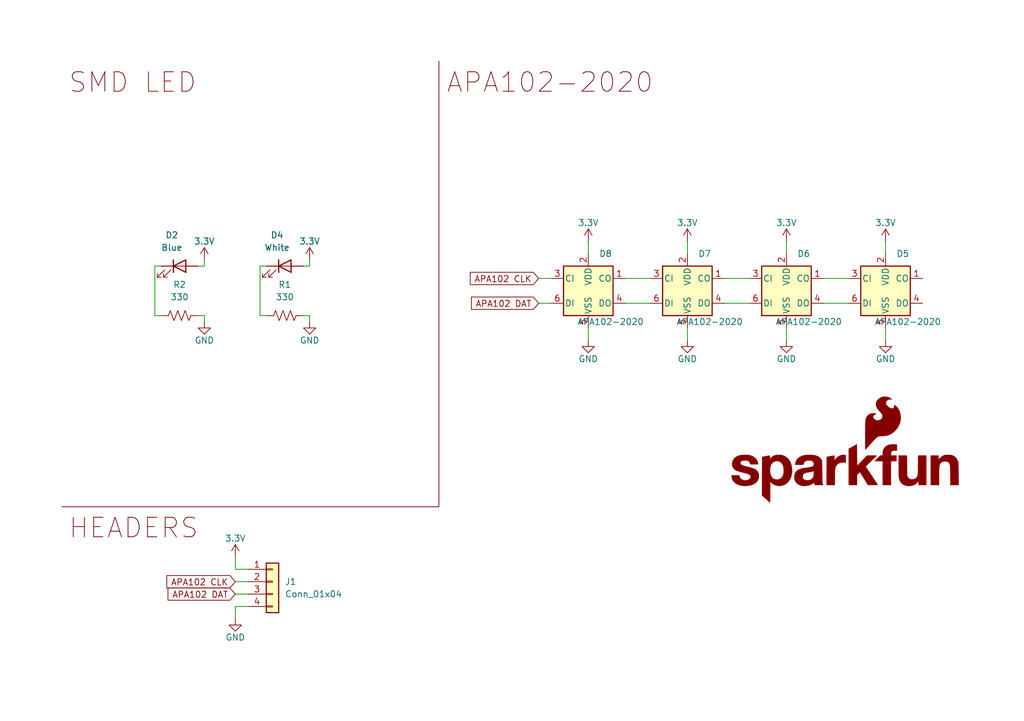
<source format=kicad_sch>
(kicad_sch (version 20231120) (generator "eeschema") (generator_version "8.0")
  (paper "A5")
  (lib_symbols
    (symbol "SparkFun-Aesthetic:SparkFun_Logo" (pin_names (offset 1.016)) (on_board no)
      (symbol "SparkFun_Logo_0_0"
        (polyline (pts (xy 9.9914 -0.5653) (xy 9.9914 1.8864) (xy 10.5553 1.8864) (xy 11.1192 1.8864) (xy 11.1192 2.4503) (xy 11.1192 3.0142) (xy 10.5553 3.0142) (xy 9.9914 3.0142) (xy 9.9914 3.3011) (xy 9.999 3.509) (xy 10.0407 3.731) (xy 10.1295 3.8844) (xy 10.2773 3.9804) (xy 10.4962 4.0299) (xy 10.7981 4.0439) (xy 11.2173 4.0439) (xy 11.2173 4.653) (xy 11.2173 5.262) (xy 10.8896 5.2971) (xy 10.7452 5.3092) (xy 10.388 5.3153) (xy 10.0298 5.2927) (xy 9.7029 5.244) (xy 9.4397 5.1721) (xy 9.3709 5.145) (xy 9.0136 4.9495) (xy 8.7292 4.6889) (xy 8.5163 4.3618) (xy 8.4624 4.2481) (xy 8.4055 4.1021) (xy 8.3698 3.9546) (xy 8.3484 3.7733) (xy 8.3342 3.5261) (xy 8.3114 3.0142) (xy 8.0596 3.0142) (xy 7.8078 3.0142) (xy 7.2455 2.4503) (xy 6.6832 1.8864) (xy 7.5037 1.8864) (xy 8.3242 1.8864) (xy 8.3242 -0.5653) (xy 8.3242 -3.0171) (xy 9.1578 -3.0171) (xy 9.9914 -3.0171) (xy 9.9914 -0.5653)) (stroke (width 0.01)) (fill (type outline)))
        (polyline (pts (xy 3.0285 -1.9736) (xy 3.0285 -0.93) (xy 3.3226 -0.639) (xy 3.3737 -0.5887) (xy 3.5033 -0.4676) (xy 3.5873 -0.4056) (xy 3.6418 -0.393) (xy 3.6831 -0.4199) (xy 3.6918 -0.4308) (xy 3.7489 -0.5154) (xy 3.8477 -0.669) (xy 3.9812 -0.8807) (xy 4.1424 -1.1396) (xy 4.3246 -1.4345) (xy 4.5208 -1.7544) (xy 5.292 -3.0171) (xy 6.295 -3.0171) (xy 6.4198 -3.017) (xy 6.7265 -3.0161) (xy 6.9509 -3.0132) (xy 7.1048 -3.0072) (xy 7.2 -2.997) (xy 7.2483 -2.9817) (xy 7.2616 -2.9601) (xy 7.2515 -2.9313) (xy 7.2311 -2.8984) (xy 7.1599 -2.7882) (xy 7.0441 -2.6113) (xy 6.8895 -2.3764) (xy 6.7017 -2.0922) (xy 6.4867 -1.7675) (xy 6.25 -1.4109) (xy 5.9975 -1.0312) (xy 4.7901 0.7831) (xy 5.932 1.8979) (xy 7.0739 3.0127) (xy 6.0855 3.0134) (xy 5.0972 3.0142) (xy 4.0751 1.955) (xy 3.053 0.8957) (xy 3.0285 3.1064) (xy 3.004 5.3171) (xy 2.1826 4.8682) (xy 1.3613 4.4193) (xy 1.3613 0.7011) (xy 1.3613 -3.0171) (xy 2.1949 -3.0171) (xy 3.0285 -3.0171) (xy 3.0285 -1.9736)) (stroke (width 0.01)) (fill (type outline)))
        (polyline (pts (xy -1.5198 -1.3622) (xy -1.5182 -1.2352) (xy -1.5112 -0.7678) (xy -1.5025 -0.3843) (xy -1.4904 -0.0733) (xy -1.4732 0.1768) (xy -1.4494 0.3772) (xy -1.4172 0.5396) (xy -1.375 0.6752) (xy -1.3211 0.7955) (xy -1.2539 0.9119) (xy -1.1717 1.036) (xy -1.0547 1.1824) (xy -0.8955 1.3165) (xy -0.6745 1.4451) (xy -0.5927 1.4867) (xy -0.4596 1.5485) (xy -0.3431 1.5863) (xy -0.2146 1.6056) (xy -0.0455 1.6119) (xy 0.1931 1.6107) (xy 0.7263 1.6046) (xy 0.7128 2.3707) (xy 0.6993 3.1368) (xy 0.258 3.1358) (xy 0.1788 3.1353) (xy -0.0281 3.1275) (xy -0.1864 3.1044) (xy -0.3338 3.0584) (xy -0.5081 2.9819) (xy -0.7617 2.8436) (xy -1.1205 2.5619) (xy -1.4156 2.2065) (xy -1.5808 1.9613) (xy -1.5808 2.4877) (xy -1.5837 2.7273) (xy -1.594 2.8937) (xy -1.613 2.9844) (xy -1.6421 3.0108) (xy -1.6647 3.0081) (xy -1.7733 2.9909) (xy -1.9508 2.9606) (xy -2.1788 2.9206) (xy -2.4389 2.8738) (xy -3.1744 2.7402) (xy -3.1871 -0.1384) (xy -3.1997 -3.0171) (xy -2.3702 -3.0171) (xy -1.5406 -3.0171) (xy -1.5198 -1.3622)) (stroke (width 0.01)) (fill (type outline)))
        (polyline (pts (xy 13.9921 -3.186) (xy 14.4456 -3.1021) (xy 14.8558 -2.9391) (xy 15.2144 -2.6998) (xy 15.5131 -2.3873) (xy 15.6795 -2.1694) (xy 15.6795 -2.5932) (xy 15.6795 -3.0171) (xy 16.464 -3.0171) (xy 17.2486 -3.0171) (xy 17.2486 -0.0014) (xy 17.2486 3.0142) (xy 16.4175 3.0142) (xy 15.5865 3.0142) (xy 15.5717 1.0405) (xy 15.5686 0.6438) (xy 15.5649 0.2221) (xy 15.5608 -0.1196) (xy 15.5557 -0.3912) (xy 15.549 -0.603) (xy 15.5402 -0.7648) (xy 15.5287 -0.8869) (xy 15.5139 -0.9792) (xy 15.4953 -1.0518) (xy 15.4722 -1.1148) (xy 15.444 -1.1783) (xy 15.4265 -1.2152) (xy 15.2618 -1.4792) (xy 15.064 -1.6799) (xy 14.8494 -1.7997) (xy 14.726 -1.8277) (xy 14.535 -1.8504) (xy 14.331 -1.859) (xy 14.2565 -1.8579) (xy 13.9642 -1.8238) (xy 13.7401 -1.7353) (xy 13.5681 -1.5834) (xy 13.432 -1.359) (xy 13.3013 -1.0802) (xy 13.287 0.967) (xy 13.2727 3.0142) (xy 12.4411 3.0142) (xy 11.6096 3.0142) (xy 11.6096 0.8155) (xy 11.6097 0.4433) (xy 11.6104 -0.0222) (xy 11.6121 -0.4066) (xy 11.6153 -0.7199) (xy 11.6202 -0.9724) (xy 11.6272 -1.1739) (xy 11.6369 -1.3347) (xy 11.6495 -1.4647) (xy 11.6654 -1.574) (xy 11.685 -1.6727) (xy 11.7087 -1.7709) (xy 11.774 -1.9887) (xy 11.9475 -2.3651) (xy 12.1824 -2.6672) (xy 12.4826 -2.8987) (xy 12.8524 -3.0632) (xy 13.2957 -3.1642) (xy 13.5037 -3.1878) (xy 13.9921 -3.186)) (stroke (width 0.01)) (fill (type outline)))
        (polyline (pts (xy 19.8483 -1.2396) (xy 19.8497 -0.7013) (xy 19.8543 -0.2443) (xy 19.8631 0.1343) (xy 19.8771 0.4443) (xy 19.8974 0.6956) (xy 19.9249 0.8981) (xy 19.9609 1.0616) (xy 20.0061 1.1959) (xy 20.0619 1.3111) (xy 20.1291 1.4168) (xy 20.2698 1.5808) (xy 20.4853 1.7277) (xy 20.7548 1.8108) (xy 21.0932 1.8366) (xy 21.1724 1.8354) (xy 21.4656 1.8048) (xy 21.6886 1.7269) (xy 21.8578 1.5933) (xy 21.9898 1.3961) (xy 22.0074 1.3602) (xy 22.0553 1.2415) (xy 22.0947 1.1012) (xy 22.1265 0.9297) (xy 22.1515 0.7175) (xy 22.1704 0.455) (xy 22.1839 0.1327) (xy 22.1927 -0.2589) (xy 22.1977 -0.7295) (xy 22.1996 -1.2886) (xy 22.2011 -3.0171) (xy 23.0386 -3.0171) (xy 23.8761 -3.0171) (xy 23.8549 -0.7983) (xy 23.8517 -0.4811) (xy 23.846 0.0106) (xy 23.8398 0.4192) (xy 23.8327 0.7539) (xy 23.8243 1.0245) (xy 23.8144 1.2403) (xy 23.8023 1.4109) (xy 23.7879 1.5457) (xy 23.7706 1.6543) (xy 23.7501 1.7461) (xy 23.7159 1.8664) (xy 23.5455 2.2638) (xy 23.3056 2.5945) (xy 22.9993 2.8549) (xy 22.6296 3.0415) (xy 22.5374 3.0722) (xy 22.3978 3.104) (xy 22.2281 3.1238) (xy 22.0058 3.1339) (xy 21.7082 3.1368) (xy 21.0437 3.1368) (xy 20.6693 2.9517) (xy 20.4981 2.8602) (xy 20.2503 2.6876) (xy 20.0221 2.4653) (xy 19.7493 2.1639) (xy 19.7493 2.589) (xy 19.7493 3.0142) (xy 18.9648 3.0142) (xy 18.1802 3.0142) (xy 18.1802 -0.0014) (xy 18.1802 -3.0171) (xy 19.0138 -3.0171) (xy 19.8474 -3.0171) (xy 19.8483 -1.2396)) (stroke (width 0.01)) (fill (type outline)))
        (polyline (pts (xy -14.7829 -4.45) (xy -14.7701 -2.2868) (xy -14.5421 -2.5306) (xy -14.2686 -2.7662) (xy -13.9128 -2.9703) (xy -13.5177 -3.1151) (xy -13.1088 -3.1913) (xy -12.7117 -3.1896) (xy -12.272 -3.1138) (xy -11.8863 -2.9853) (xy -11.5457 -2.7957) (xy -11.2282 -2.5354) (xy -10.9498 -2.225) (xy -10.6723 -1.7879) (xy -10.4661 -1.2958) (xy -10.3343 -0.7586) (xy -10.2799 -0.1862) (xy -10.3059 0.4117) (xy -10.3156 0.493) (xy -10.4273 1.0719) (xy -10.605 1.5894) (xy -10.8457 2.0415) (xy -11.1462 2.4241) (xy -11.5035 2.733) (xy -11.9143 2.9642) (xy -12.3756 3.1135) (xy -12.5683 3.1416) (xy -12.8467 3.1563) (xy -13.1616 3.152) (xy -13.1827 3.151) (xy -13.44 3.1342) (xy -13.6333 3.1073) (xy -13.7946 3.0643) (xy -13.9556 2.999) (xy -14.1871 2.8794) (xy -14.4594 2.6829) (xy -14.6853 2.4373) (xy -14.8202 2.2612) (xy -14.8202 2.6377) (xy -14.8203 2.6806) (xy -14.8278 2.8727) (xy -14.8476 2.9796) (xy -14.8815 3.0118) (xy -14.9041 3.0092) (xy -15.0128 2.9922) (xy -15.1903 2.9619) (xy -15.4182 2.9216) (xy -15.6783 2.8744) (xy -16.4138 2.7393) (xy -16.4227 -0.0792) (xy -14.8105 -0.0792) (xy -14.799 0.2714) (xy -14.7619 0.6055) (xy -14.7012 0.8834) (xy -14.5782 1.1846) (xy -14.3747 1.4798) (xy -14.1177 1.7043) (xy -13.8177 1.8514) (xy -13.4851 1.9145) (xy -13.1303 1.8868) (xy -13.0408 1.8654) (xy -12.7147 1.7291) (xy -12.4456 1.5148) (xy -12.2349 1.2248) (xy -12.084 0.8616) (xy -11.9944 0.4275) (xy -11.9674 -0.075) (xy -11.9935 -0.4965) (xy -12.0806 -0.9254) (xy -12.2284 -1.2792) (xy -12.4363 -1.557) (xy -12.7039 -1.7577) (xy -12.9288 -1.8546) (xy -13.2736 -1.9221) (xy -13.6237 -1.9064) (xy -13.9575 -1.8093) (xy -14.2535 -1.6324) (xy -14.3081 -1.5827) (xy -14.4565 -1.3893) (xy -14.5924 -1.1341) (xy -14.7032 -0.8434) (xy -14.7761 -0.5438) (xy -14.7943 -0.4069) (xy -14.8105 -0.0792) (xy -16.4227 -0.0792) (xy -16.4263 -1.2075) (xy -16.4389 -5.1544) (xy -15.6173 -5.8838) (xy -14.7956 -6.6131) (xy -14.7829 -4.45)) (stroke (width 0.01)) (fill (type outline)))
        (polyline (pts (xy -19.6402 -3.1843) (xy -19.3172 -3.1597) (xy -18.7711 -3.0643) (xy -18.2964 -2.9048) (xy -17.8946 -2.6818) (xy -17.567 -2.3958) (xy -17.3675 -2.142) (xy -17.2189 -1.8506) (xy -17.1343 -1.521) (xy -17.105 -1.1292) (xy -17.1052 -1.0366) (xy -17.1317 -0.7233) (xy -17.2071 -0.468) (xy -17.3423 -0.2443) (xy -17.5477 -0.0256) (xy -17.618 0.0365) (xy -17.7503 0.1378) (xy -17.8999 0.229) (xy -18.0779 0.3144) (xy -18.2957 0.3981) (xy -18.5646 0.4843) (xy -18.8958 0.5771) (xy -19.3006 0.6807) (xy -19.7904 0.7991) (xy -19.9273 0.8327) (xy -20.2521 0.9247) (xy -20.4949 1.0176) (xy -20.6676 1.1178) (xy -20.7818 1.2315) (xy -20.8493 1.365) (xy -20.862 1.4064) (xy -20.8787 1.5507) (xy -20.8354 1.7021) (xy -20.8083 1.7581) (xy -20.6962 1.8905) (xy -20.5265 1.979) (xy -20.2871 2.0282) (xy -19.9662 2.0428) (xy -19.6625 2.0255) (xy -19.3529 1.9561) (xy -19.12 1.8317) (xy -18.9596 1.6499) (xy -18.8677 1.4083) (xy -18.8332 1.2489) (xy -18.0459 1.2489) (xy -17.2586 1.2489) (xy -17.2896 1.4754) (xy -17.3763 1.8273) (xy -17.5546 2.183) (xy -17.8121 2.4941) (xy -18.1416 2.7539) (xy -18.536 2.9554) (xy -18.9881 3.0919) (xy -19.0353 3.1011) (xy -19.2998 3.1342) (xy -19.6236 3.1533) (xy -19.9756 3.1584) (xy -20.325 3.1494) (xy -20.6407 3.1265) (xy -20.8917 3.0896) (xy -21.1038 3.0379) (xy -21.5427 2.874) (xy -21.9053 2.6496) (xy -22.1908 2.365) (xy -22.3989 2.0205) (xy -22.4454 1.9041) (xy -22.525 1.5815) (xy -22.5494 1.2442) (xy -22.5178 0.9237) (xy -22.4296 0.6514) (xy -22.3384 0.4882) (xy -22.2183 0.3298) (xy -22.0684 0.1896) (xy -21.8792 0.0629) (xy -21.641 -0.0549) (xy -21.3442 -0.1685) (xy -20.9794 -0.2827) (xy -20.5367 -0.4021) (xy -20.0067 -0.5314) (xy -19.981 -0.5375) (xy -19.5634 -0.651) (xy -19.2384 -0.7717) (xy -19.001 -0.9033) (xy -18.8462 -1.0491) (xy -18.7688 -1.2128) (xy -18.7638 -1.3978) (xy -18.825 -1.5953) (xy -18.974 -1.7921) (xy -19.1985 -1.938) (xy -19.4915 -2.0288) (xy -19.8462 -2.0603) (xy -20.0416 -2.0565) (xy -20.2111 -2.0368) (xy -20.3609 -1.9922) (xy -20.5327 -1.9137) (xy -20.5817 -1.8883) (xy -20.8322 -1.7125) (xy -20.9959 -1.5001) (xy -21.0791 -1.2434) (xy -21.1091 -1.0557) (xy -21.8942 -1.0557) (xy -22.6793 -1.0557) (xy -22.6529 -1.347) (xy -22.5797 -1.7138) (xy -22.4167 -2.0751) (xy -22.1719 -2.3943) (xy -21.8507 -2.6671) (xy -21.4587 -2.8888) (xy -21.0012 -3.0548) (xy -20.4837 -3.1606) (xy -20.4058 -3.1694) (xy -20.1707 -3.1842) (xy -19.9008 -3.1896) (xy -19.6402 -3.1843)) (stroke (width 0.01)) (fill (type outline)))
        (polyline (pts (xy -7.6032 -3.1846) (xy -7.3276 -3.1615) (xy -7.0683 -3.1278) (xy -6.8588 -3.086) (xy -6.8292 -3.0782) (xy -6.3542 -2.899) (xy -5.9204 -2.6324) (xy -5.7242 -2.4845) (xy -5.6752 -2.7385) (xy -5.6261 -2.9926) (xy -4.7766 -3.006) (xy -3.9271 -3.0194) (xy -3.9629 -2.9079) (xy -3.9642 -2.9036) (xy -4.0031 -2.7753) (xy -4.0462 -2.6248) (xy -4.0538 -2.573) (xy -4.0648 -2.4246) (xy -4.0761 -2.1969) (xy -4.0874 -1.9006) (xy -4.0982 -1.5466) (xy -4.1082 -1.1457) (xy -4.1171 -0.7088) (xy -4.1245 -0.2466) (xy -4.1551 1.96) (xy -4.2997 2.221) (xy -4.3959 2.3729) (xy -4.6352 2.632) (xy -4.9426 2.8374) (xy -5.3218 2.9907) (xy -5.7764 3.0929) (xy -6.3098 3.1454) (xy -6.9256 3.1494) (xy -7.0734 3.1445) (xy -7.3522 3.1317) (xy -7.5683 3.1136) (xy -7.7461 3.0872) (xy -7.9104 3.0491) (xy -8.0856 2.9961) (xy -8.1289 2.9815) (xy -8.4559 2.846) (xy -8.7606 2.6772) (xy -9.018 2.4908) (xy -9.2032 2.3021) (xy -9.2616 2.2196) (xy -9.4127 1.9499) (xy -9.5321 1.656) (xy -9.6 1.3838) (xy -9.6336 1.1509) (xy -8.8003 1.1509) (xy -7.9669 1.1509) (xy -7.9124 1.3674) (xy -7.828 1.5933) (xy -7.6734 1.795) (xy -7.4525 1.9346) (xy -7.1597 2.0154) (xy -6.7894 2.0408) (xy -6.7511 2.0405) (xy -6.4153 2.0105) (xy -6.1593 1.9293) (xy -5.977 1.7925) (xy -5.8622 1.5957) (xy -5.809 1.3345) (xy -5.8043 1.2707) (xy -5.8062 1.1276) (xy -5.8408 1.0236) (xy -5.9194 0.9158) (xy -5.9754 0.8572) (xy -6.0737 0.7854) (xy -6.2048 0.7246) (xy -6.3819 0.6709) (xy -6.6177 0.6208) (xy -6.9254 0.5704) (xy -7.3178 0.5162) (xy -7.3686 0.5095) (xy -7.8463 0.4393) (xy -8.2399 0.3652) (xy -8.5624 0.2824) (xy -8.8264 0.1865) (xy -9.0448 0.0728) (xy -9.2304 -0.0632) (xy -9.396 -0.226) (xy -9.4095 -0.2411) (xy -9.5903 -0.4853) (xy -9.709 -0.7478) (xy -9.7734 -1.0525) (xy -9.7822 -1.2331) (xy -8.131 -1.2331) (xy -8.0731 -0.9921) (xy -7.9457 -0.7826) (xy -7.9028 -0.7387) (xy -7.7303 -0.62) (xy -7.4874 -0.521) (xy -7.1649 -0.4385) (xy -6.7539 -0.3694) (xy -6.6921 -0.3603) (xy -6.4549 -0.3174) (xy -6.233 -0.2663) (xy -6.0675 -0.2162) (xy -5.9709 -0.1805) (xy -5.8562 -0.1399) (xy -5.8039 -0.1241) (xy -5.7987 -0.1613) (xy -5.7973 -0.2784) (xy -5.8003 -0.4564) (xy -5.8076 -0.6757) (xy -5.8086 -0.7017) (xy -5.8242 -0.9677) (xy -5.8473 -1.1611) (xy -5.8819 -1.3052) (xy -5.9318 -1.4234) (xy -6.0091 -1.553) (xy -6.2295 -1.7973) (xy -6.5031 -1.9636) (xy -6.6487 -2.0127) (xy -6.9284 -2.0605) (xy -7.2235 -2.0647) (xy -7.5071 -2.0275) (xy -7.7525 -1.9513) (xy -7.9327 -1.8384) (xy -8.0397 -1.7009) (xy -8.1198 -1.4784) (xy -8.131 -1.2331) (xy -9.7822 -1.2331) (xy -9.7915 -1.4234) (xy -9.7864 -1.6358) (xy -9.7676 -1.8215) (xy -9.729 -1.9764) (xy -9.6639 -2.1367) (xy -9.5263 -2.3871) (xy -9.2792 -2.6826) (xy -8.967 -2.9114) (xy -8.5845 -3.0768) (xy -8.1269 -3.1821) (xy -8.0697 -3.1887) (xy -7.8617 -3.1945) (xy -7.6032 -3.1846)) (stroke (width 0.01)) (fill (type outline)))
        (polyline (pts (xy 4.7918 4.2981) (xy 4.8444 4.3454) (xy 4.9455 4.4513) (xy 5.0814 4.6009) (xy 5.2382 4.7794) (xy 5.2813 4.8292) (xy 5.5582 5.1455) (xy 5.8372 5.4593) (xy 6.1089 5.7602) (xy 6.3639 6.0382) (xy 6.5927 6.2828) (xy 6.7858 6.484) (xy 6.9337 6.6313) (xy 7.0271 6.7147) (xy 7.1826 6.8248) (xy 7.3748 6.9278) (xy 7.5803 6.9916) (xy 7.8269 7.0243) (xy 8.1424 7.034) (xy 8.2934 7.0362) (xy 8.8867 7.0885) (xy 9.4216 7.2133) (xy 9.9085 7.4146) (xy 10.3578 7.6964) (xy 10.7799 8.0628) (xy 10.8479 8.1317) (xy 11.2608 8.6166) (xy 11.5827 9.1273) (xy 11.8183 9.671) (xy 11.8707 9.8389) (xy 11.9714 10.3468) (xy 11.9976 10.872) (xy 11.9519 11.3957) (xy 11.8367 11.8994) (xy 11.6545 12.3644) (xy 11.4078 12.7721) (xy 11.4061 12.7743) (xy 11.2693 12.9384) (xy 11.1136 13.0967) (xy 10.9591 13.2315) (xy 10.826 13.3253) (xy 10.7344 13.3605) (xy 10.7214 13.3561) (xy 10.6896 13.285) (xy 10.6779 13.1426) (xy 10.6624 12.9877) (xy 10.5825 12.8045) (xy 10.4404 12.6916) (xy 10.2426 12.6562) (xy 10.2289 12.6567) (xy 9.9845 12.7081) (xy 9.7233 12.8285) (xy 9.468 13.0002) (xy 9.2412 13.2058) (xy 9.0655 13.4277) (xy 8.9634 13.6484) (xy 8.9353 13.791) (xy 8.9467 13.9149) (xy 9.0044 14.0685) (xy 9.0928 14.2252) (xy 9.2766 14.4052) (xy 9.5268 14.5206) (xy 9.8503 14.5754) (xy 10.1994 14.6004) (xy 9.9404 14.7637) (xy 9.7214 14.8901) (xy 9.4231 15.0142) (xy 9.1088 15.0809) (xy 8.741 15.101) (xy 8.6529 15.1007) (xy 8.45 15.0933) (xy 8.2952 15.0706) (xy 8.1512 15.0251) (xy 7.981 14.9494) (xy 7.7095 14.8008) (xy 7.3844 14.5515) (xy 7.1447 14.2683) (xy 6.9929 13.9568) (xy 6.9316 13.6227) (xy 6.9631 13.2719) (xy 7.0901 12.9099) (xy 7.2107 12.6979) (xy 7.4103 12.428) (xy 7.6837 12.1187) (xy 7.6936 12.1082) (xy 7.8666 11.9183) (xy 8.0201 11.7396) (xy 8.1377 11.5917) (xy 8.2032 11.4943) (xy 8.2349 11.4228) (xy 8.2851 11.1797) (xy 8.2672 10.9259) (xy 8.1864 10.6923) (xy 8.0473 10.5101) (xy 7.9616 10.4423) (xy 7.6879 10.3009) (xy 7.3884 10.2367) (xy 7.0847 10.2498) (xy 6.7982 10.3401) (xy 6.5504 10.5078) (xy 6.4899 10.5691) (xy 6.3589 10.77) (xy 6.3233 10.9714) (xy 6.3817 11.1663) (xy 6.5323 11.3474) (xy 6.7736 11.5076) (xy 6.9758 11.6118) (xy 6.8042 11.6573) (xy 6.78 11.6632) (xy 6.523 11.692) (xy 6.2258 11.6783) (xy 5.9298 11.6264) (xy 5.6761 11.5406) (xy 5.5471 11.4743) (xy 5.2575 11.259) (xy 5.0377 10.981) (xy 4.8846 10.6352) (xy 4.7948 10.2168) (xy 4.7892 10.1539) (xy 4.7806 9.9807) (xy 4.7727 9.7262) (xy 4.7655 9.4006) (xy 4.7592 9.0144) (xy 4.754 8.5777) (xy 4.75 8.1008) (xy 4.7473 7.5941) (xy 4.7462 7.0677) (xy 4.7462 6.9275) (xy 4.747 6.3537) (xy 4.7493 5.8387) (xy 4.7531 5.3881) (xy 4.7582 5.0075) (xy 4.7645 4.7025) (xy 4.7719 4.4787) (xy 4.7805 4.3418) (xy 4.79 4.2973) (xy 4.7918 4.2981)) (stroke (width 0.01)) (fill (type outline)))
      )
    )
    (symbol "SparkFun-Connector:Conn_01x04" (pin_names (offset 1.016) hide)
      (property "Reference" "J" (at 0 5.08 0))
      (property "Value" "Conn_01x04" (at 0 -7.62 0))
      (symbol "Conn_01x04_1_1"
        (rectangle (start -1.27 -4.953) (end 0 -5.207) (stroke (width 0.1524)))
        (rectangle (start -1.27 -2.413) (end 0 -2.667) (stroke (width 0.1524)))
        (rectangle (start -1.27 0.127) (end 0 -0.127) (stroke (width 0.1524)))
        (rectangle (start -1.27 2.667) (end 0 2.413) (stroke (width 0.1524)))
        (rectangle (start -1.27 3.81) (end 1.27 -6.35) (stroke (width 0.254)) (fill (type background)))
        (pin passive line (at -5.08 2.54 0) (length 3.81) (name "Pin_1") (number "1"))
        (pin passive line (at -5.08 0 0) (length 3.81) (name "Pin_2") (number "2"))
        (pin passive line (at -5.08 -2.54 0) (length 3.81) (name "Pin_3") (number "3"))
        (pin passive line (at -5.08 -5.08 0) (length 3.81) (name "Pin_4") (number "4"))
      )
    )
    (symbol "SparkFun-LED:APA-102-2020" (pin_names (offset 0.254))
      (property "Reference" "D" (at -5.08 6.35 0))
      (property "Value" "APA102-2020" (at 4.572 -6.35 0))
      (symbol "APA-102-2020_0_1"
        (rectangle (start -5.08 5.08) (end 5.08 -5.08) (stroke (width 0.254)) (fill (type background)))
      )
      (symbol "APA-102-2020_1_1"
        (pin output line (at 7.62 2.54 180) (length 2.54) (name "CO") (number "1"))
        (pin power_in line (at 0 7.62 270) (length 2.54) (name "VDD") (number "2"))
        (pin input line (at -7.62 2.54 0) (length 2.54) (name "CI") (number "3"))
        (pin output line (at 7.62 -2.54 180) (length 2.54) (name "DO") (number "4"))
        (pin power_in line (at 0 -7.62 90) (length 2.54) (name "VSS") (number "5"))
        (pin input line (at -7.62 -2.54 0) (length 2.54) (name "DI") (number "6"))
      )
    )
    (symbol "SparkFun-LED:LED_Blue_0603" (pin_numbers hide) (pin_names (offset 1.016) hide)
      (property "Reference" "D" (at 0 2.54 0))
      (property "Value" "Blue" (at 0 -2.54 0))
      (symbol "LED_Blue_0603_0_1"
        (polyline (pts (xy -1.27 -1.27) (xy -1.27 1.27)) (stroke (width 0.254)))
        (polyline (pts (xy -1.27 0) (xy 1.27 0)))
        (polyline (pts (xy 1.27 -1.27) (xy 1.27 1.27) (xy -1.27 0) (xy 1.27 -1.27)) (stroke (width 0.254)))
        (polyline (pts (xy -3.048 -0.762) (xy -4.572 -2.286) (xy -3.81 -2.286) (xy -4.572 -2.286) (xy -4.572 -1.524)))
        (polyline (pts (xy -1.778 -0.762) (xy -3.302 -2.286) (xy -2.54 -2.286) (xy -3.302 -2.286) (xy -3.302 -1.524)))
      )
      (symbol "LED_Blue_0603_1_1"
        (pin passive line (at -3.81 0 0) (length 2.54) (name "K") (number "1"))
        (pin passive line (at 3.81 0 180) (length 2.54) (name "A") (number "2"))
      )
    )
    (symbol "SparkFun-LED:LED_White_1206" (pin_numbers hide) (pin_names (offset 1.016) hide)
      (property "Reference" "D" (at 0 2.54 0))
      (property "Value" "White" (at 0 -2.54 0))
      (symbol "LED_White_1206_0_1"
        (polyline (pts (xy -1.27 -1.27) (xy -1.27 1.27)) (stroke (width 0.254)))
        (polyline (pts (xy -1.27 0) (xy 1.27 0)))
        (polyline (pts (xy 1.27 -1.27) (xy 1.27 1.27) (xy -1.27 0) (xy 1.27 -1.27)) (stroke (width 0.254)))
        (polyline (pts (xy -3.048 -0.762) (xy -4.572 -2.286) (xy -3.81 -2.286) (xy -4.572 -2.286) (xy -4.572 -1.524)))
        (polyline (pts (xy -1.778 -0.762) (xy -3.302 -2.286) (xy -2.54 -2.286) (xy -3.302 -2.286) (xy -3.302 -1.524)))
      )
      (symbol "LED_White_1206_1_1"
        (pin passive line (at -3.81 0 0) (length 2.54) (name "K") (number "1"))
        (pin passive line (at 3.81 0 180) (length 2.54) (name "A") (number "2"))
      )
    )
    (symbol "SparkFun-PowerSymbol:3.3V" (power) (pin_names (offset 0))
      (property "Value" "3.3V" (at 0 3.81 0))
      (symbol "3.3V_0_1"
        (polyline (pts (xy -0.762 1.27) (xy 0 2.54)))
        (polyline (pts (xy 0 0) (xy 0 2.54)))
        (polyline (pts (xy 0 2.54) (xy 0.762 1.27)))
      )
      (symbol "3.3V_1_1"
        (pin power_in line (at 0 0 90) (length 0) hide (name "3.3V") (number "1"))
      )
    )
    (symbol "SparkFun-PowerSymbol:GND" (power) (pin_names (offset 0))
      (property "Value" "GND" (at 0 -3.81 0))
      (symbol "GND_0_1"
        (polyline (pts (xy 0 0) (xy 0 -1.27) (xy 1.27 -1.27) (xy 0 -2.54) (xy -1.27 -1.27) (xy 0 -1.27)))
      )
      (symbol "GND_1_1"
        (pin power_in line (at 0 0 270) (length 0) hide (name "GND") (number "1"))
      )
    )
    (symbol "SparkFun-Resistor:330_0603" (pin_numbers hide) (pin_names (offset 0))
      (property "Reference" "R" (at 0 -2.54 0))
      (property "Value" "330" (at 0 2.54 0))
      (symbol "330_0603_0_1"
        (polyline (pts (xy -2.286 0) (xy -2.54 0)))
        (polyline (pts (xy 2.286 0) (xy 2.54 0)))
        (polyline (pts (xy -0.762 0) (xy -1.143 -1.016) (xy -1.524 0) (xy -1.905 1.016) (xy -2.286 0)))
        (polyline (pts (xy 0.762 0) (xy 0.381 -1.016) (xy 0 0) (xy -0.381 1.016) (xy -0.762 0)))
        (polyline (pts (xy 2.286 0) (xy 1.905 -1.016) (xy 1.524 0) (xy 1.143 1.016) (xy 0.762 0)))
      )
      (symbol "330_0603_1_1"
        (pin passive line (at 3.81 0 180) (length 1.27) (name "~") (number "1"))
        (pin passive line (at -3.81 0 0) (length 1.27) (name "~") (number "2"))
      )
    )
  )
  (wire (pts (xy 41.91 64.77) (xy 41.91 66.04)))
  (wire (pts (xy 48.26 124.46) (xy 50.8 124.46)))
  (wire (pts (xy 63.5 53.34) (xy 63.5 54.61)))
  (wire (pts (xy 168.91 62.23) (xy 173.99 62.23)))
  (wire (pts (xy 161.29 67.31) (xy 161.29 69.85)))
  (wire (pts (xy 140.97 49.53) (xy 140.97 52.07)))
  (polyline (pts (xy 12.7 104.0091) (xy 90.0065 104.0091)) (stroke (width 0) (color 118 0 0 1)))
  (wire (pts (xy 128.27 62.23) (xy 133.35 62.23)))
  (wire (pts (xy 41.91 53.34) (xy 41.91 54.61)))
  (wire (pts (xy 48.26 119.38) (xy 50.8 119.38)))
  (wire (pts (xy 63.5 64.77) (xy 63.5 66.04)))
  (wire (pts (xy 48.26 121.92) (xy 50.8 121.92)))
  (wire (pts (xy 41.91 54.61) (xy 40.64 54.61)))
  (wire (pts (xy 168.91 57.15) (xy 173.99 57.15)))
  (wire (pts (xy 40.64 64.77) (xy 41.91 64.77)))
  (wire (pts (xy 110.49 57.15) (xy 113.03 57.15)))
  (wire (pts (xy 53.34 64.77) (xy 54.61 64.77)))
  (wire (pts (xy 33.02 54.61) (xy 31.75 54.61)))
  (wire (pts (xy 62.23 54.61) (xy 63.5 54.61)))
  (wire (pts (xy 53.34 54.61) (xy 53.34 64.77)))
  (wire (pts (xy 128.27 57.15) (xy 133.35 57.15)))
  (wire (pts (xy 48.26 116.84) (xy 50.8 116.84)))
  (wire (pts (xy 31.75 54.61) (xy 31.75 64.77)))
  (wire (pts (xy 181.61 49.53) (xy 181.61 52.07)))
  (wire (pts (xy 181.61 67.31) (xy 181.61 69.85)))
  (wire (pts (xy 62.23 64.77) (xy 63.5 64.77)))
  (wire (pts (xy 31.75 64.77) (xy 33.02 64.77)))
  (wire (pts (xy 148.59 57.15) (xy 153.67 57.15)))
  (wire (pts (xy 140.97 67.31) (xy 140.97 69.85)))
  (wire (pts (xy 161.29 49.53) (xy 161.29 52.07)))
  (wire (pts (xy 110.49 62.23) (xy 113.03 62.23)))
  (wire (pts (xy 54.61 54.61) (xy 53.34 54.61)))
  (polyline (pts (xy 90.0065 12.5691) (xy 90.0065 104.0091)) (stroke (width 0) (color 118 0 0 1)))
  (wire (pts (xy 148.59 62.23) (xy 153.67 62.23)))
  (wire (pts (xy 120.65 67.31) (xy 120.65 69.85)))
  (wire (pts (xy 120.65 49.53) (xy 120.65 52.07)))
  (wire (pts (xy 48.26 114.3) (xy 48.26 116.84)))
  (wire (pts (xy 48.26 124.46) (xy 48.26 127)))
  (label "HEADERS" (at 13.97 111.76 0) (effects (font (size 4 4))))
  (label "SMD LED" (at 13.97 20.32 0) (effects (font (size 4 4))))
  (label "APA102-2020" (at 91.44 20.32 0) (effects (font (size 4 4))))
  (global_label "APA102 DAT" (shape input) (at 110.49 62.23 180) (property "Intersheetrefs" "${INTERSHEET_REFS}" (effects (hide yes))))
  (global_label "APA102 DAT" (shape input) (at 48.26 121.92 180) (property "Intersheetrefs" "${INTERSHEET_REFS}" (effects (hide yes))))
  (global_label "APA102 CLK" (shape input) (at 48.26 119.38 180) (property "Intersheetrefs" "${INTERSHEET_REFS}" (effects (hide yes))))
  (global_label "APA102 CLK" (shape input) (at 110.49 57.15 180) (property "Intersheetrefs" "${INTERSHEET_REFS}" (effects (hide yes))))
  (symbol (lib_id "SparkFun-PowerSymbol:3.3V") (at 63.5 53.34 0) (unit 1)
    (property "Reference" "#PWR010" (effects (hide yes)))
    (property "Value" "3.3V" (at 63.5 49.53 0))
    (property "Description" "Power symbol creates a global label with name \"3.3V\"" (effects (hide yes)))
  )
  (symbol (lib_id "SparkFun-PowerSymbol:GND") (at 140.97 69.85 0) (unit 1)
    (property "Reference" "#PWR02" (effects (hide yes)))
    (property "Value" "GND" (at 140.97 73.66 0))
    (property "Description" "Power symbol creates a global label with name \"GND\" , ground" (effects (hide yes)))
  )
  (symbol (lib_id "SparkFun-PowerSymbol:3.3V") (at 120.65 49.53 0) (unit 1)
    (property "Reference" "#PWR05" (effects (hide yes)))
    (property "Value" "3.3V" (at 120.65 45.72 0))
    (property "Description" "Power symbol creates a global label with name \"3.3V\"" (effects (hide yes)))
  )
  (symbol (lib_id "SparkFun-PowerSymbol:3.3V") (at 48.26 114.3 0) (unit 1)
    (property "Reference" "#PWR014" (effects (hide yes)))
    (property "Value" "3.3V" (at 48.26 110.49 0))
    (property "Description" "Power symbol creates a global label with name \"3.3V\"" (effects (hide yes)))
  )
  (symbol (lib_id "SparkFun-LED:APA-102-2020") (at 140.97 59.69 0) (unit 1)
    (property "Reference" "D7" (at 143.1641 52.07 0) (effects (justify left)))
    (property "Value" "APA102-2020" (at 145.542 66.04 0))
    (property "Footprint" "SparkFun-LED:APA-102-2020" (effects (hide yes)))
    (property "Datasheet" "https://cdn.sparkfun.com/assets/d/c/a/4/2/APA_102-2020-256-6.pdf" (effects (hide yes)))
    (property "Description" "APA102-2020 SMD 2x2mm 2-Wire Addressable RGB LED (6 pin)" (effects (hide yes)))
    (property "PROD_ID" "DIO-14111" (effects (hide yes)))
  )
  (symbol (lib_id "SparkFun-PowerSymbol:3.3V") (at 140.97 49.53 0) (unit 1)
    (property "Reference" "#PWR06" (effects (hide yes)))
    (property "Value" "3.3V" (at 140.97 45.72 0))
    (property "Description" "Power symbol creates a global label with name \"3.3V\"" (effects (hide yes)))
  )
  (symbol (lib_id "SparkFun-PowerSymbol:GND") (at 48.26 127 0) (unit 1)
    (property "Reference" "#PWR013" (effects (hide yes)))
    (property "Value" "GND" (at 48.26 130.81 0))
    (property "Description" "Power symbol creates a global label with name \"GND\" , ground" (effects (hide yes)))
  )
  (symbol (lib_id "SparkFun-PowerSymbol:GND") (at 63.5 66.04 0) (unit 1)
    (property "Reference" "#PWR012" (effects (hide yes)))
    (property "Value" "GND" (at 63.5 69.85 0))
    (property "Description" "Power symbol creates a global label with name \"GND\" , ground" (effects (hide yes)))
  )
  (symbol (lib_id "SparkFun-Aesthetic:SparkFun_Logo") (at 172.72 96.52 0) (unit 1) (on_board no)
    (property "Reference" "G1" (effects (hide yes)))
    (property "Value" "SparkFun_Logo" (effects (hide yes)))
  )
  (symbol (lib_id "SparkFun-LED:APA-102-2020") (at 181.61 59.69 0) (unit 1)
    (property "Reference" "D5" (at 183.8041 52.07 0) (effects (justify left)))
    (property "Value" "APA102-2020" (at 186.182 66.04 0))
    (property "Footprint" "SparkFun-LED:APA-102-2020" (effects (hide yes)))
    (property "Datasheet" "https://cdn.sparkfun.com/assets/d/c/a/4/2/APA_102-2020-256-6.pdf" (effects (hide yes)))
    (property "Description" "APA102-2020 SMD 2x2mm 2-Wire Addressable RGB LED (6 pin)" (effects (hide yes)))
    (property "PROD_ID" "DIO-14111" (effects (hide yes)))
  )
  (symbol (lib_id "SparkFun-PowerSymbol:GND") (at 120.65 69.85 0) (unit 1)
    (property "Reference" "#PWR01" (effects (hide yes)))
    (property "Value" "GND" (at 120.65 73.66 0))
    (property "Description" "Power symbol creates a global label with name \"GND\" , ground" (effects (hide yes)))
  )
  (symbol (lib_id "SparkFun-LED:LED_White_1206") (at 58.42 54.61 0) (unit 1)
    (property "Reference" "D4" (at 56.8325 48.26 0))
    (property "Value" "White" (at 56.8325 50.8 0))
    (property "Footprint" "SparkFun-LED:LED_1206_3216Metric" (effects (hide yes)))
    (property "Description" "LED Diffused White 1206" (effects (hide yes)))
    (property "PROD_ID" "DIO-21474" (effects (hide yes)))
  )
  (symbol (lib_id "SparkFun-PowerSymbol:GND") (at 161.29 69.85 0) (unit 1)
    (property "Reference" "#PWR03" (effects (hide yes)))
    (property "Value" "GND" (at 161.29 73.66 0))
    (property "Description" "Power symbol creates a global label with name \"GND\" , ground" (effects (hide yes)))
  )
  (symbol (lib_id "SparkFun-PowerSymbol:3.3V") (at 41.91 53.34 0) (unit 1)
    (property "Reference" "#PWR09" (effects (hide yes)))
    (property "Value" "3.3V" (at 41.91 49.53 0))
    (property "Description" "Power symbol creates a global label with name \"3.3V\"" (effects (hide yes)))
  )
  (symbol (lib_id "SparkFun-Connector:Conn_01x04") (at 55.88 119.38 0) (unit 1)
    (property "Reference" "J1" (at 58.42 119.3799 0) (effects (justify left)))
    (property "Value" "Conn_01x04" (at 58.42 121.9199 0) (effects (justify left)))
    (property "Footprint" "SparkFun-Connector:1x04" (effects (hide yes)))
    (property "Description" "Generic connector, single row, 01x04, script generated (kicad-library-utils/schlib/autogen/connector/)" (effects (hide yes)))
  )
  (symbol (lib_id "SparkFun-PowerSymbol:GND") (at 41.91 66.04 0) (unit 1)
    (property "Reference" "#PWR011" (effects (hide yes)))
    (property "Value" "GND" (at 41.91 69.85 0))
    (property "Description" "Power symbol creates a global label with name \"GND\" , ground" (effects (hide yes)))
  )
  (symbol (lib_id "SparkFun-LED:APA-102-2020") (at 161.29 59.69 0) (unit 1)
    (property "Reference" "D6" (at 163.4841 52.07 0) (effects (justify left)))
    (property "Value" "APA102-2020" (at 165.862 66.04 0))
    (property "Footprint" "SparkFun-LED:APA-102-2020" (effects (hide yes)))
    (property "Datasheet" "https://cdn.sparkfun.com/assets/d/c/a/4/2/APA_102-2020-256-6.pdf" (effects (hide yes)))
    (property "Description" "APA102-2020 SMD 2x2mm 2-Wire Addressable RGB LED (6 pin)" (effects (hide yes)))
    (property "PROD_ID" "DIO-14111" (effects (hide yes)))
  )
  (symbol (lib_id "SparkFun-LED:LED_Blue_0603") (at 36.83 54.61 0) (unit 1)
    (property "Reference" "D2" (at 35.2425 48.26 0))
    (property "Value" "Blue" (at 35.2425 50.8 0))
    (property "Footprint" "SparkFun-LED:LED_0603_1608Metric" (effects (hide yes)))
    (property "Datasheet" "https://media.digikey.com/pdf/Data%20Sheets/Rohm%20PDFs/SMLE12_Series_Rev2.0_2007.pdf" (effects (hide yes)))
    (property "Description" "Light emitting diode" (effects (hide yes)))
    (property "PROD_ID" "DIO-08575" (effects (hide yes)))
  )
  (symbol (lib_id "SparkFun-PowerSymbol:3.3V") (at 161.29 49.53 0) (unit 1)
    (property "Reference" "#PWR07" (effects (hide yes)))
    (property "Value" "3.3V" (at 161.29 45.72 0))
    (property "Description" "Power symbol creates a global label with name \"3.3V\"" (effects (hide yes)))
  )
  (symbol (lib_id "SparkFun-Resistor:330_0603") (at 36.83 64.77 0) (unit 1)
    (property "Reference" "R2" (at 36.83 58.42 0))
    (property "Value" "330" (at 36.83 60.96 0))
    (property "Footprint" "SparkFun-Resistor:R_0603_1608Metric" (effects (hide yes)))
    (property "Datasheet" "https://www.vishay.com/docs/20035/dcrcwe3.pdf" (effects (hide yes)))
    (property "Description" "Resistor" (effects (hide yes)))
    (property "PROD_ID" "RES-00818" (effects (hide yes)))
  )
  (symbol (lib_id "SparkFun-PowerSymbol:GND") (at 181.61 69.85 0) (unit 1)
    (property "Reference" "#PWR04" (effects (hide yes)))
    (property "Value" "GND" (at 181.61 73.66 0))
    (property "Description" "Power symbol creates a global label with name \"GND\" , ground" (effects (hide yes)))
  )
  (symbol (lib_id "SparkFun-LED:APA-102-2020") (at 120.65 59.69 0) (unit 1)
    (property "Reference" "D8" (at 122.8441 52.07 0) (effects (justify left)))
    (property "Value" "APA102-2020" (at 125.222 66.04 0))
    (property "Footprint" "SparkFun-LED:APA-102-2020" (effects (hide yes)))
    (property "Datasheet" "https://cdn.sparkfun.com/assets/d/c/a/4/2/APA_102-2020-256-6.pdf" (effects (hide yes)))
    (property "Description" "APA102-2020 SMD 2x2mm 2-Wire Addressable RGB LED (6 pin)" (effects (hide yes)))
    (property "PROD_ID" "DIO-14111" (effects (hide yes)))
  )
  (symbol (lib_id "SparkFun-Resistor:330_0603") (at 58.42 64.77 0) (unit 1)
    (property "Reference" "R1" (at 58.42 58.42 0))
    (property "Value" "330" (at 58.42 60.96 0))
    (property "Footprint" "SparkFun-Resistor:R_0603_1608Metric" (effects (hide yes)))
    (property "Datasheet" "https://www.vishay.com/docs/20035/dcrcwe3.pdf" (effects (hide yes)))
    (property "Description" "Resistor" (effects (hide yes)))
    (property "PROD_ID" "RES-00818" (effects (hide yes)))
  )
  (symbol (lib_id "SparkFun-PowerSymbol:3.3V") (at 181.61 49.53 0) (unit 1)
    (property "Reference" "#PWR08" (effects (hide yes)))
    (property "Value" "3.3V" (at 181.61 45.72 0))
    (property "Description" "Power symbol creates a global label with name \"3.3V\"" (effects (hide yes)))
  )
)
</source>
